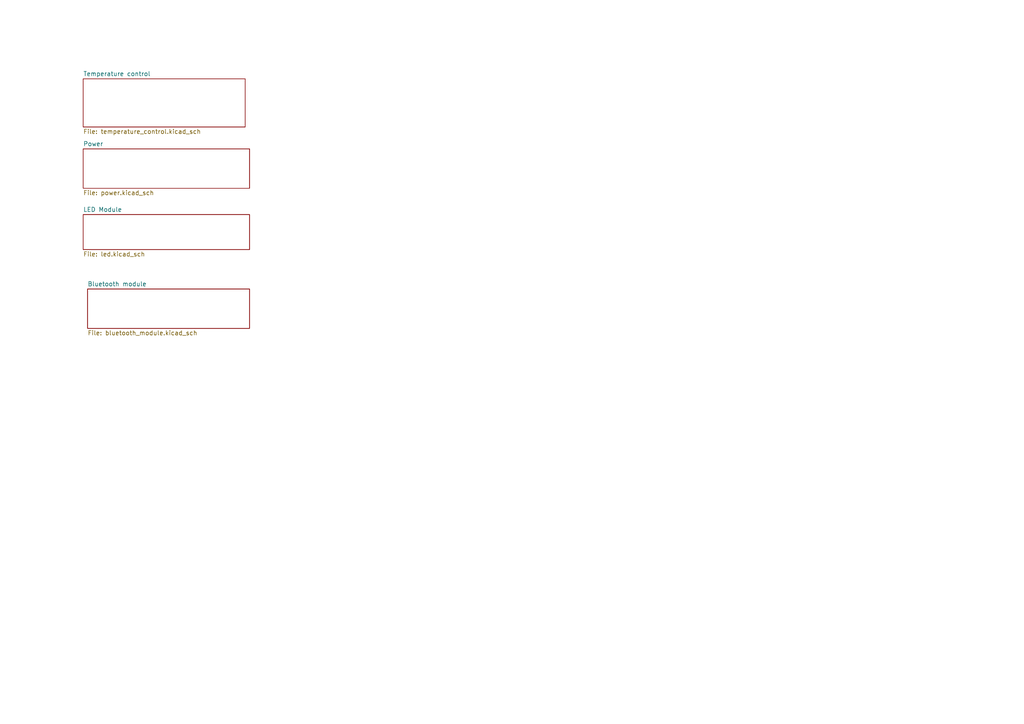
<source format=kicad_sch>
(kicad_sch (version 20230121) (generator eeschema)
  (paper "A4")
  (title_block (title "Aqua Driver") (rev "0") (comment 1 "Created by: Sławomir Kozok") (comment 2 "Created by: Michał Walenciak") (comment 3 "2023"))
  (lib_symbols)
  (sheet (at 24.13 22.86) (size 46.99 13.97) (stroke (width 0.1524))
    (property "Sheetname" "Temperature control" (at 24.13 22.1484 0) (effects (justify left bottom)))
    (property "Sheetfile" "temperature_control.kicad_sch" (at 24.13 37.4146 0) (effects (justify left top)))
  )
  (sheet (at 24.13 43.18) (size 48.26 11.43) (stroke (width 0.1524))
    (property "Sheetname" "Power" (at 24.13 42.4684 0) (effects (justify left bottom)))
    (property "Sheetfile" "power.kicad_sch" (at 24.13 55.1946 0) (effects (justify left top)))
  )
  (sheet (at 24.13 62.23) (size 48.26 10.16) (stroke (width 0.1524))
    (property "Sheetname" "LED Module" (at 24.13 61.5184 0) (effects (justify left bottom)))
    (property "Sheetfile" "led.kicad_sch" (at 24.13 72.9746 0) (effects (justify left top)))
  )
  (sheet (at 25.4 83.82) (size 46.99 11.43) (stroke (width 0.1524))
    (property "Sheetname" "Bluetooth module" (at 25.4 83.1084 0) (effects (justify left bottom)))
    (property "Sheetfile" "bluetooth_module.kicad_sch" (at 25.4 95.8346 0) (effects (justify left top)))
  )
)
</source>
